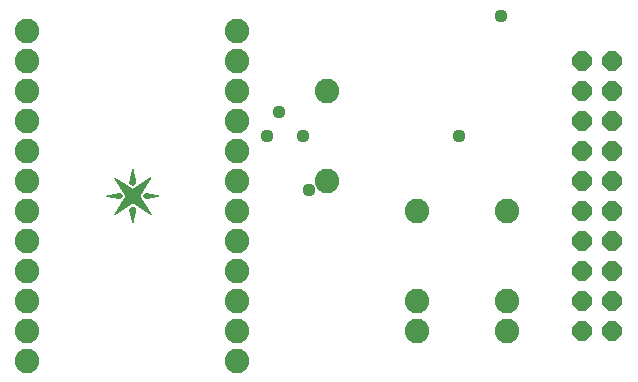
<source format=gts>
G75*
G70*
%OFA0B0*%
%FSLAX24Y24*%
%IPPOS*%
%LPD*%
%AMOC8*
5,1,8,0,0,1.08239X$1,22.5*
%
%ADD10OC8,0.0640*%
%ADD11C,0.0820*%
%ADD12C,0.0010*%
%ADD13C,0.0440*%
D10*
X020650Y002650D03*
X021650Y002650D03*
X021650Y003650D03*
X020650Y003650D03*
X020650Y004650D03*
X021650Y004650D03*
X021650Y005650D03*
X020650Y005650D03*
X020650Y006650D03*
X021650Y006650D03*
X021650Y007650D03*
X020650Y007650D03*
X020650Y008650D03*
X021650Y008650D03*
X021650Y009650D03*
X020650Y009650D03*
X020650Y010650D03*
X021650Y010650D03*
X021650Y011650D03*
X020650Y011650D03*
D11*
X002150Y001650D03*
X002150Y002650D03*
X002150Y003650D03*
X002150Y004650D03*
X002150Y005650D03*
X002150Y006650D03*
X002150Y007650D03*
X002150Y008650D03*
X002150Y009650D03*
X002150Y010650D03*
X002150Y011650D03*
X002150Y012650D03*
X009150Y012650D03*
X009150Y011650D03*
X009150Y010650D03*
X009150Y009650D03*
X009150Y008650D03*
X009150Y007650D03*
X009150Y006650D03*
X009150Y005650D03*
X009150Y004650D03*
X009150Y003650D03*
X009150Y002650D03*
X009150Y001650D03*
X015150Y002650D03*
X015150Y003650D03*
X018150Y003650D03*
X018150Y002650D03*
X018150Y006650D03*
X015150Y006650D03*
X012150Y007650D03*
X012150Y010650D03*
D12*
X006510Y007150D02*
X006070Y007240D01*
X006010Y007150D01*
X006070Y007060D01*
X006510Y007150D01*
X006489Y007154D02*
X006013Y007154D01*
X006013Y007146D02*
X006489Y007146D01*
X006447Y007137D02*
X006019Y007137D01*
X006024Y007129D02*
X006406Y007129D01*
X006406Y007171D02*
X006024Y007171D01*
X006018Y007163D02*
X006448Y007163D01*
X006365Y007180D02*
X006030Y007180D01*
X006035Y007188D02*
X006323Y007188D01*
X006282Y007197D02*
X006041Y007197D01*
X006047Y007205D02*
X006240Y007205D01*
X006199Y007214D02*
X006052Y007214D01*
X006058Y007222D02*
X006157Y007222D01*
X006115Y007231D02*
X006064Y007231D01*
X006069Y007239D02*
X006074Y007239D01*
X005968Y007307D02*
X005320Y007307D01*
X005315Y007316D02*
X005973Y007316D01*
X005979Y007324D02*
X005310Y007324D01*
X005304Y007333D02*
X005984Y007333D01*
X005989Y007341D02*
X005299Y007341D01*
X005294Y007350D02*
X005994Y007350D01*
X006000Y007358D02*
X005288Y007358D01*
X005283Y007367D02*
X006005Y007367D01*
X006010Y007375D02*
X005658Y007375D01*
X005650Y007370D02*
X005040Y007750D01*
X005420Y007150D01*
X005040Y006530D01*
X005650Y006930D01*
X006270Y006520D01*
X005870Y007150D01*
X006250Y007760D01*
X005650Y007370D01*
X005642Y007375D02*
X005277Y007375D01*
X005272Y007384D02*
X005628Y007384D01*
X005614Y007392D02*
X005267Y007392D01*
X005261Y007401D02*
X005601Y007401D01*
X005587Y007409D02*
X005256Y007409D01*
X005250Y007418D02*
X005573Y007418D01*
X005560Y007426D02*
X005245Y007426D01*
X005240Y007435D02*
X005546Y007435D01*
X005532Y007443D02*
X005234Y007443D01*
X005229Y007452D02*
X005519Y007452D01*
X005505Y007460D02*
X005224Y007460D01*
X005218Y007469D02*
X005492Y007469D01*
X005478Y007477D02*
X005213Y007477D01*
X005207Y007486D02*
X005464Y007486D01*
X005451Y007494D02*
X005202Y007494D01*
X005197Y007503D02*
X005437Y007503D01*
X005423Y007511D02*
X005191Y007511D01*
X005186Y007520D02*
X005410Y007520D01*
X005396Y007528D02*
X005180Y007528D01*
X005175Y007537D02*
X005382Y007537D01*
X005369Y007545D02*
X005170Y007545D01*
X005164Y007554D02*
X005355Y007554D01*
X005341Y007562D02*
X005159Y007562D01*
X005154Y007571D02*
X005328Y007571D01*
X005314Y007579D02*
X005148Y007579D01*
X005143Y007588D02*
X005301Y007588D01*
X005287Y007596D02*
X005137Y007596D01*
X005132Y007605D02*
X005273Y007605D01*
X005260Y007613D02*
X005127Y007613D01*
X005121Y007622D02*
X005246Y007622D01*
X005232Y007630D02*
X005116Y007630D01*
X005110Y007639D02*
X005219Y007639D01*
X005205Y007647D02*
X005105Y007647D01*
X005100Y007656D02*
X005191Y007656D01*
X005178Y007664D02*
X005094Y007664D01*
X005089Y007673D02*
X005164Y007673D01*
X005150Y007681D02*
X005084Y007681D01*
X005078Y007690D02*
X005137Y007690D01*
X005123Y007698D02*
X005073Y007698D01*
X005067Y007707D02*
X005109Y007707D01*
X005096Y007715D02*
X005062Y007715D01*
X005057Y007724D02*
X005082Y007724D01*
X005069Y007732D02*
X005051Y007732D01*
X005055Y007741D02*
X005046Y007741D01*
X005041Y007749D02*
X005040Y007749D01*
X005561Y007622D02*
X005739Y007622D01*
X005737Y007630D02*
X005563Y007630D01*
X005565Y007639D02*
X005735Y007639D01*
X005733Y007647D02*
X005567Y007647D01*
X005569Y007656D02*
X005731Y007656D01*
X005730Y007664D02*
X005570Y007664D01*
X005572Y007673D02*
X005728Y007673D01*
X005726Y007681D02*
X005574Y007681D01*
X005576Y007690D02*
X005724Y007690D01*
X005722Y007698D02*
X005578Y007698D01*
X005580Y007707D02*
X005720Y007707D01*
X005718Y007715D02*
X005582Y007715D01*
X005583Y007724D02*
X005717Y007724D01*
X005715Y007732D02*
X005585Y007732D01*
X005587Y007741D02*
X005713Y007741D01*
X005711Y007749D02*
X005589Y007749D01*
X005591Y007758D02*
X005709Y007758D01*
X005707Y007766D02*
X005593Y007766D01*
X005595Y007775D02*
X005705Y007775D01*
X005704Y007783D02*
X005596Y007783D01*
X005598Y007792D02*
X005702Y007792D01*
X005700Y007800D02*
X005600Y007800D01*
X005602Y007809D02*
X005698Y007809D01*
X005696Y007817D02*
X005604Y007817D01*
X005606Y007826D02*
X005694Y007826D01*
X005693Y007834D02*
X005607Y007834D01*
X005609Y007843D02*
X005691Y007843D01*
X005689Y007851D02*
X005611Y007851D01*
X005613Y007860D02*
X005687Y007860D01*
X005685Y007868D02*
X005615Y007868D01*
X005617Y007877D02*
X005683Y007877D01*
X005681Y007885D02*
X005619Y007885D01*
X005620Y007894D02*
X005680Y007894D01*
X005678Y007902D02*
X005622Y007902D01*
X005624Y007911D02*
X005676Y007911D01*
X005674Y007919D02*
X005626Y007919D01*
X005628Y007928D02*
X005672Y007928D01*
X005670Y007936D02*
X005630Y007936D01*
X005631Y007945D02*
X005669Y007945D01*
X005667Y007953D02*
X005633Y007953D01*
X005635Y007962D02*
X005665Y007962D01*
X005663Y007970D02*
X005637Y007970D01*
X005639Y007979D02*
X005661Y007979D01*
X005659Y007987D02*
X005641Y007987D01*
X005643Y007996D02*
X005657Y007996D01*
X005656Y008004D02*
X005644Y008004D01*
X005646Y008013D02*
X005654Y008013D01*
X005652Y008021D02*
X005648Y008021D01*
X005650Y008030D02*
X005650Y008030D01*
X005750Y007570D01*
X005650Y007510D01*
X005550Y007570D01*
X005650Y008030D01*
X006194Y007724D02*
X006227Y007724D01*
X006233Y007732D02*
X006207Y007732D01*
X006220Y007741D02*
X006238Y007741D01*
X006233Y007749D02*
X006243Y007749D01*
X006246Y007758D02*
X006249Y007758D01*
X006222Y007715D02*
X006181Y007715D01*
X006168Y007707D02*
X006217Y007707D01*
X006212Y007698D02*
X006155Y007698D01*
X006142Y007690D02*
X006206Y007690D01*
X006201Y007681D02*
X006129Y007681D01*
X006116Y007673D02*
X006196Y007673D01*
X006190Y007664D02*
X006103Y007664D01*
X006090Y007656D02*
X006185Y007656D01*
X006180Y007647D02*
X006076Y007647D01*
X006063Y007639D02*
X006174Y007639D01*
X006169Y007630D02*
X006050Y007630D01*
X006037Y007622D02*
X006164Y007622D01*
X006159Y007613D02*
X006024Y007613D01*
X006011Y007605D02*
X006153Y007605D01*
X006148Y007596D02*
X005998Y007596D01*
X005985Y007588D02*
X006143Y007588D01*
X006137Y007579D02*
X005972Y007579D01*
X005959Y007571D02*
X006132Y007571D01*
X006127Y007562D02*
X005946Y007562D01*
X005933Y007554D02*
X006121Y007554D01*
X006116Y007545D02*
X005920Y007545D01*
X005906Y007537D02*
X006111Y007537D01*
X006106Y007528D02*
X005893Y007528D01*
X005880Y007520D02*
X006100Y007520D01*
X006095Y007511D02*
X005867Y007511D01*
X005854Y007503D02*
X006090Y007503D01*
X006084Y007494D02*
X005841Y007494D01*
X005828Y007486D02*
X006079Y007486D01*
X006074Y007477D02*
X005815Y007477D01*
X005802Y007469D02*
X006069Y007469D01*
X006063Y007460D02*
X005789Y007460D01*
X005776Y007452D02*
X006058Y007452D01*
X006053Y007443D02*
X005763Y007443D01*
X005750Y007435D02*
X006047Y007435D01*
X006042Y007426D02*
X005736Y007426D01*
X005723Y007418D02*
X006037Y007418D01*
X006031Y007409D02*
X005710Y007409D01*
X005697Y007401D02*
X006026Y007401D01*
X006021Y007392D02*
X005684Y007392D01*
X005671Y007384D02*
X006016Y007384D01*
X005963Y007299D02*
X005326Y007299D01*
X005331Y007290D02*
X005957Y007290D01*
X005952Y007282D02*
X005337Y007282D01*
X005342Y007273D02*
X005947Y007273D01*
X005941Y007265D02*
X005347Y007265D01*
X005353Y007256D02*
X005936Y007256D01*
X005931Y007248D02*
X005358Y007248D01*
X005364Y007239D02*
X005926Y007239D01*
X005920Y007231D02*
X005369Y007231D01*
X005374Y007222D02*
X005915Y007222D01*
X005910Y007214D02*
X005380Y007214D01*
X005385Y007205D02*
X005904Y007205D01*
X005899Y007197D02*
X005390Y007197D01*
X005396Y007188D02*
X005894Y007188D01*
X005889Y007180D02*
X005401Y007180D01*
X005407Y007171D02*
X005883Y007171D01*
X005878Y007163D02*
X005412Y007163D01*
X005417Y007154D02*
X005873Y007154D01*
X005873Y007146D02*
X005417Y007146D01*
X005412Y007137D02*
X005878Y007137D01*
X005884Y007129D02*
X005407Y007129D01*
X005402Y007120D02*
X005889Y007120D01*
X005894Y007112D02*
X005397Y007112D01*
X005391Y007103D02*
X005900Y007103D01*
X005905Y007095D02*
X005386Y007095D01*
X005381Y007086D02*
X005911Y007086D01*
X005916Y007078D02*
X005376Y007078D01*
X005370Y007069D02*
X005921Y007069D01*
X005927Y007061D02*
X005365Y007061D01*
X005360Y007052D02*
X005932Y007052D01*
X005937Y007044D02*
X005355Y007044D01*
X005350Y007035D02*
X005943Y007035D01*
X005948Y007027D02*
X005344Y007027D01*
X005339Y007018D02*
X005954Y007018D01*
X005959Y007010D02*
X005334Y007010D01*
X005329Y007001D02*
X005964Y007001D01*
X005970Y006993D02*
X005324Y006993D01*
X005318Y006984D02*
X005975Y006984D01*
X005981Y006976D02*
X005313Y006976D01*
X005308Y006967D02*
X005986Y006967D01*
X005991Y006959D02*
X005303Y006959D01*
X005298Y006950D02*
X005997Y006950D01*
X006002Y006942D02*
X005292Y006942D01*
X005287Y006933D02*
X006008Y006933D01*
X006013Y006925D02*
X005658Y006925D01*
X005671Y006916D02*
X006018Y006916D01*
X006024Y006908D02*
X005684Y006908D01*
X005697Y006899D02*
X006029Y006899D01*
X006035Y006891D02*
X005709Y006891D01*
X005722Y006882D02*
X006040Y006882D01*
X006045Y006874D02*
X005735Y006874D01*
X005748Y006865D02*
X006051Y006865D01*
X006056Y006857D02*
X005761Y006857D01*
X005774Y006848D02*
X006062Y006848D01*
X006067Y006840D02*
X005787Y006840D01*
X005799Y006831D02*
X006072Y006831D01*
X006078Y006823D02*
X005812Y006823D01*
X005825Y006814D02*
X006083Y006814D01*
X006089Y006806D02*
X005838Y006806D01*
X005851Y006797D02*
X006094Y006797D01*
X006099Y006789D02*
X005864Y006789D01*
X005877Y006780D02*
X006105Y006780D01*
X006110Y006772D02*
X005889Y006772D01*
X005902Y006763D02*
X006116Y006763D01*
X006121Y006755D02*
X005915Y006755D01*
X005928Y006746D02*
X006126Y006746D01*
X006132Y006738D02*
X005941Y006738D01*
X005954Y006729D02*
X006137Y006729D01*
X006143Y006721D02*
X005967Y006721D01*
X005979Y006712D02*
X006148Y006712D01*
X006153Y006704D02*
X005992Y006704D01*
X006005Y006695D02*
X006159Y006695D01*
X006164Y006687D02*
X006018Y006687D01*
X006031Y006678D02*
X006170Y006678D01*
X006175Y006670D02*
X006044Y006670D01*
X006056Y006661D02*
X006180Y006661D01*
X006186Y006653D02*
X006069Y006653D01*
X006082Y006644D02*
X006191Y006644D01*
X006197Y006636D02*
X006095Y006636D01*
X006108Y006627D02*
X006202Y006627D01*
X006207Y006619D02*
X006121Y006619D01*
X006134Y006610D02*
X006213Y006610D01*
X006218Y006602D02*
X006146Y006602D01*
X006159Y006593D02*
X006224Y006593D01*
X006229Y006585D02*
X006172Y006585D01*
X006185Y006576D02*
X006234Y006576D01*
X006240Y006568D02*
X006198Y006568D01*
X006211Y006559D02*
X006245Y006559D01*
X006251Y006551D02*
X006224Y006551D01*
X006236Y006542D02*
X006256Y006542D01*
X006261Y006534D02*
X006249Y006534D01*
X006262Y006525D02*
X006267Y006525D01*
X005735Y006644D02*
X005565Y006644D01*
X005567Y006636D02*
X005733Y006636D01*
X005731Y006627D02*
X005569Y006627D01*
X005571Y006619D02*
X005729Y006619D01*
X005727Y006610D02*
X005573Y006610D01*
X005575Y006602D02*
X005725Y006602D01*
X005723Y006593D02*
X005577Y006593D01*
X005578Y006585D02*
X005722Y006585D01*
X005720Y006576D02*
X005580Y006576D01*
X005582Y006568D02*
X005718Y006568D01*
X005716Y006559D02*
X005584Y006559D01*
X005586Y006551D02*
X005714Y006551D01*
X005712Y006542D02*
X005588Y006542D01*
X005590Y006534D02*
X005710Y006534D01*
X005708Y006525D02*
X005592Y006525D01*
X005594Y006517D02*
X005706Y006517D01*
X005704Y006508D02*
X005596Y006508D01*
X005598Y006500D02*
X005702Y006500D01*
X005700Y006491D02*
X005600Y006491D01*
X005602Y006483D02*
X005698Y006483D01*
X005696Y006474D02*
X005604Y006474D01*
X005606Y006466D02*
X005694Y006466D01*
X005693Y006457D02*
X005607Y006457D01*
X005609Y006449D02*
X005691Y006449D01*
X005689Y006440D02*
X005611Y006440D01*
X005613Y006432D02*
X005687Y006432D01*
X005685Y006423D02*
X005615Y006423D01*
X005617Y006415D02*
X005683Y006415D01*
X005681Y006406D02*
X005619Y006406D01*
X005621Y006398D02*
X005679Y006398D01*
X005677Y006389D02*
X005623Y006389D01*
X005625Y006381D02*
X005675Y006381D01*
X005673Y006372D02*
X005627Y006372D01*
X005629Y006364D02*
X005671Y006364D01*
X005669Y006355D02*
X005631Y006355D01*
X005633Y006347D02*
X005667Y006347D01*
X005665Y006338D02*
X005635Y006338D01*
X005636Y006330D02*
X005664Y006330D01*
X005662Y006321D02*
X005638Y006321D01*
X005640Y006313D02*
X005660Y006313D01*
X005658Y006304D02*
X005642Y006304D01*
X005644Y006296D02*
X005656Y006296D01*
X005654Y006287D02*
X005646Y006287D01*
X005648Y006279D02*
X005652Y006279D01*
X005650Y006270D02*
X005650Y006270D01*
X005750Y006710D01*
X005650Y006780D01*
X005550Y006710D01*
X005650Y006270D01*
X005110Y006576D02*
X005068Y006576D01*
X005063Y006568D02*
X005097Y006568D01*
X005085Y006559D02*
X005058Y006559D01*
X005053Y006551D02*
X005072Y006551D01*
X005059Y006542D02*
X005047Y006542D01*
X005046Y006534D02*
X005042Y006534D01*
X005074Y006585D02*
X005123Y006585D01*
X005136Y006593D02*
X005079Y006593D01*
X005084Y006602D02*
X005149Y006602D01*
X005162Y006610D02*
X005089Y006610D01*
X005094Y006619D02*
X005175Y006619D01*
X005188Y006627D02*
X005100Y006627D01*
X005105Y006636D02*
X005201Y006636D01*
X005214Y006644D02*
X005110Y006644D01*
X005115Y006653D02*
X005227Y006653D01*
X005240Y006661D02*
X005120Y006661D01*
X005126Y006670D02*
X005253Y006670D01*
X005266Y006678D02*
X005131Y006678D01*
X005136Y006687D02*
X005279Y006687D01*
X005292Y006695D02*
X005141Y006695D01*
X005146Y006704D02*
X005305Y006704D01*
X005318Y006712D02*
X005152Y006712D01*
X005157Y006721D02*
X005331Y006721D01*
X005344Y006729D02*
X005162Y006729D01*
X005167Y006738D02*
X005357Y006738D01*
X005370Y006746D02*
X005173Y006746D01*
X005178Y006755D02*
X005383Y006755D01*
X005396Y006763D02*
X005183Y006763D01*
X005188Y006772D02*
X005409Y006772D01*
X005422Y006780D02*
X005193Y006780D01*
X005199Y006789D02*
X005435Y006789D01*
X005447Y006797D02*
X005204Y006797D01*
X005209Y006806D02*
X005460Y006806D01*
X005473Y006814D02*
X005214Y006814D01*
X005219Y006823D02*
X005486Y006823D01*
X005499Y006831D02*
X005225Y006831D01*
X005230Y006840D02*
X005512Y006840D01*
X005525Y006848D02*
X005235Y006848D01*
X005240Y006857D02*
X005538Y006857D01*
X005551Y006865D02*
X005245Y006865D01*
X005251Y006874D02*
X005564Y006874D01*
X005577Y006882D02*
X005256Y006882D01*
X005261Y006891D02*
X005590Y006891D01*
X005603Y006899D02*
X005266Y006899D01*
X005271Y006908D02*
X005616Y006908D01*
X005629Y006916D02*
X005277Y006916D01*
X005282Y006925D02*
X005642Y006925D01*
X005638Y006772D02*
X005662Y006772D01*
X005674Y006763D02*
X005626Y006763D01*
X005614Y006755D02*
X005686Y006755D01*
X005698Y006746D02*
X005602Y006746D01*
X005590Y006738D02*
X005710Y006738D01*
X005723Y006729D02*
X005577Y006729D01*
X005565Y006721D02*
X005735Y006721D01*
X005747Y006712D02*
X005553Y006712D01*
X005551Y006704D02*
X005749Y006704D01*
X005747Y006695D02*
X005553Y006695D01*
X005555Y006687D02*
X005745Y006687D01*
X005743Y006678D02*
X005557Y006678D01*
X005559Y006670D02*
X005741Y006670D01*
X005739Y006661D02*
X005561Y006661D01*
X005563Y006653D02*
X005737Y006653D01*
X006070Y007061D02*
X006073Y007061D01*
X006064Y007069D02*
X006115Y007069D01*
X006157Y007078D02*
X006058Y007078D01*
X006053Y007086D02*
X006198Y007086D01*
X006240Y007095D02*
X006047Y007095D01*
X006041Y007103D02*
X006281Y007103D01*
X006323Y007112D02*
X006036Y007112D01*
X006030Y007120D02*
X006364Y007120D01*
X005750Y007571D02*
X005550Y007571D01*
X005552Y007579D02*
X005748Y007579D01*
X005746Y007588D02*
X005554Y007588D01*
X005556Y007596D02*
X005744Y007596D01*
X005742Y007605D02*
X005558Y007605D01*
X005559Y007613D02*
X005741Y007613D01*
X005737Y007562D02*
X005563Y007562D01*
X005577Y007554D02*
X005723Y007554D01*
X005709Y007545D02*
X005591Y007545D01*
X005605Y007537D02*
X005695Y007537D01*
X005680Y007528D02*
X005620Y007528D01*
X005634Y007520D02*
X005666Y007520D01*
X005652Y007511D02*
X005648Y007511D01*
X005236Y007231D02*
X005182Y007231D01*
X005139Y007222D02*
X005242Y007222D01*
X005248Y007214D02*
X005096Y007214D01*
X005052Y007205D02*
X005253Y007205D01*
X005259Y007197D02*
X005009Y007197D01*
X004965Y007188D02*
X005265Y007188D01*
X005270Y007180D02*
X004922Y007180D01*
X004878Y007171D02*
X005276Y007171D01*
X005282Y007163D02*
X004835Y007163D01*
X004835Y007137D02*
X005281Y007137D01*
X005276Y007129D02*
X004879Y007129D01*
X004922Y007120D02*
X005270Y007120D01*
X005264Y007112D02*
X004966Y007112D01*
X005009Y007103D02*
X005259Y007103D01*
X005253Y007095D02*
X005053Y007095D01*
X005096Y007086D02*
X005247Y007086D01*
X005242Y007078D02*
X005140Y007078D01*
X005183Y007069D02*
X005236Y007069D01*
X005230Y007061D02*
X005226Y007061D01*
X005230Y007060D02*
X005290Y007150D01*
X005230Y007240D01*
X004770Y007150D01*
X005230Y007060D01*
X005287Y007146D02*
X004792Y007146D01*
X004791Y007154D02*
X005287Y007154D01*
X005231Y007239D02*
X005226Y007239D01*
D13*
X010150Y009150D03*
X011350Y009150D03*
X010550Y009950D03*
X011550Y007350D03*
X016550Y009150D03*
X017950Y013150D03*
M02*

</source>
